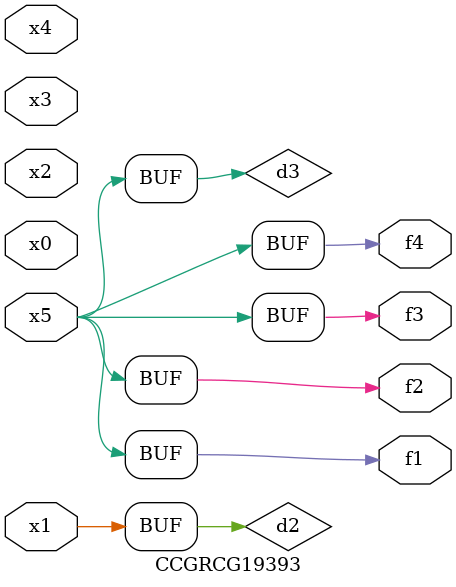
<source format=v>
module CCGRCG19393(
	input x0, x1, x2, x3, x4, x5,
	output f1, f2, f3, f4
);

	wire d1, d2, d3;

	not (d1, x5);
	or (d2, x1);
	xnor (d3, d1);
	assign f1 = d3;
	assign f2 = d3;
	assign f3 = d3;
	assign f4 = d3;
endmodule

</source>
